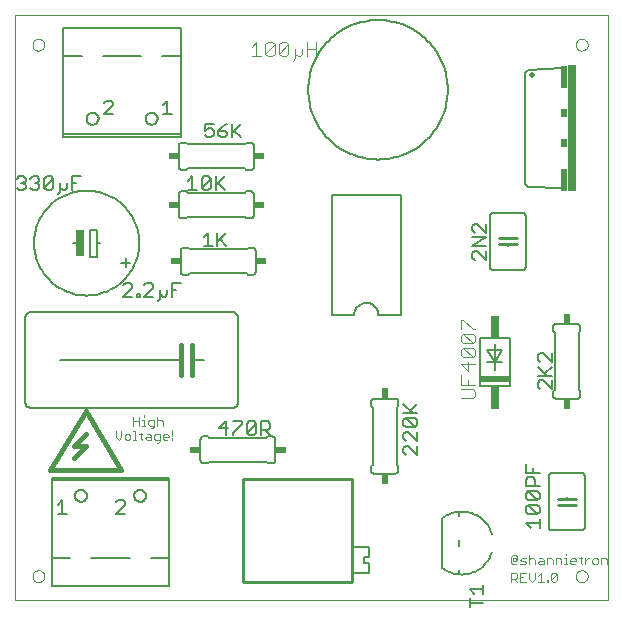
<source format=gto>
G75*
G70*
%OFA0B0*%
%FSLAX24Y24*%
%IPPOS*%
%LPD*%
%AMOC8*
5,1,8,0,0,1.08239X$1,22.5*
%
%ADD10C,0.0000*%
%ADD11C,0.0040*%
%ADD12C,0.0030*%
%ADD13C,0.0160*%
%ADD14C,0.0060*%
%ADD15C,0.0050*%
%ADD16C,0.0100*%
%ADD17R,0.0240X0.0340*%
%ADD18R,0.0340X0.0240*%
%ADD19C,0.0200*%
%ADD20R,0.0300X0.4200*%
%ADD21R,0.0200X0.0750*%
%ADD22R,0.0200X0.0300*%
%ADD23R,0.1000X0.0200*%
%ADD24R,0.0300X0.0750*%
%ADD25C,0.0080*%
%ADD26R,0.0250X0.0900*%
D10*
X000220Y000459D02*
X000220Y019955D01*
X019984Y019955D01*
X019984Y000459D01*
X000220Y000459D01*
X000810Y001247D02*
X000812Y001274D01*
X000818Y001301D01*
X000827Y001327D01*
X000840Y001351D01*
X000856Y001374D01*
X000875Y001393D01*
X000897Y001410D01*
X000921Y001424D01*
X000946Y001434D01*
X000973Y001441D01*
X001000Y001444D01*
X001028Y001443D01*
X001055Y001438D01*
X001081Y001430D01*
X001105Y001418D01*
X001128Y001402D01*
X001149Y001384D01*
X001166Y001363D01*
X001181Y001339D01*
X001192Y001314D01*
X001200Y001288D01*
X001204Y001261D01*
X001204Y001233D01*
X001200Y001206D01*
X001192Y001180D01*
X001181Y001155D01*
X001166Y001131D01*
X001149Y001110D01*
X001128Y001092D01*
X001106Y001076D01*
X001081Y001064D01*
X001055Y001056D01*
X001028Y001051D01*
X001000Y001050D01*
X000973Y001053D01*
X000946Y001060D01*
X000921Y001070D01*
X000897Y001084D01*
X000875Y001101D01*
X000856Y001120D01*
X000840Y001143D01*
X000827Y001167D01*
X000818Y001193D01*
X000812Y001220D01*
X000810Y001247D01*
X000810Y018963D02*
X000812Y018990D01*
X000818Y019017D01*
X000827Y019043D01*
X000840Y019067D01*
X000856Y019090D01*
X000875Y019109D01*
X000897Y019126D01*
X000921Y019140D01*
X000946Y019150D01*
X000973Y019157D01*
X001000Y019160D01*
X001028Y019159D01*
X001055Y019154D01*
X001081Y019146D01*
X001105Y019134D01*
X001128Y019118D01*
X001149Y019100D01*
X001166Y019079D01*
X001181Y019055D01*
X001192Y019030D01*
X001200Y019004D01*
X001204Y018977D01*
X001204Y018949D01*
X001200Y018922D01*
X001192Y018896D01*
X001181Y018871D01*
X001166Y018847D01*
X001149Y018826D01*
X001128Y018808D01*
X001106Y018792D01*
X001081Y018780D01*
X001055Y018772D01*
X001028Y018767D01*
X001000Y018766D01*
X000973Y018769D01*
X000946Y018776D01*
X000921Y018786D01*
X000897Y018800D01*
X000875Y018817D01*
X000856Y018836D01*
X000840Y018859D01*
X000827Y018883D01*
X000818Y018909D01*
X000812Y018936D01*
X000810Y018963D01*
X018921Y018963D02*
X018923Y018990D01*
X018929Y019017D01*
X018938Y019043D01*
X018951Y019067D01*
X018967Y019090D01*
X018986Y019109D01*
X019008Y019126D01*
X019032Y019140D01*
X019057Y019150D01*
X019084Y019157D01*
X019111Y019160D01*
X019139Y019159D01*
X019166Y019154D01*
X019192Y019146D01*
X019216Y019134D01*
X019239Y019118D01*
X019260Y019100D01*
X019277Y019079D01*
X019292Y019055D01*
X019303Y019030D01*
X019311Y019004D01*
X019315Y018977D01*
X019315Y018949D01*
X019311Y018922D01*
X019303Y018896D01*
X019292Y018871D01*
X019277Y018847D01*
X019260Y018826D01*
X019239Y018808D01*
X019217Y018792D01*
X019192Y018780D01*
X019166Y018772D01*
X019139Y018767D01*
X019111Y018766D01*
X019084Y018769D01*
X019057Y018776D01*
X019032Y018786D01*
X019008Y018800D01*
X018986Y018817D01*
X018967Y018836D01*
X018951Y018859D01*
X018938Y018883D01*
X018929Y018909D01*
X018923Y018936D01*
X018921Y018963D01*
X018921Y001247D02*
X018923Y001274D01*
X018929Y001301D01*
X018938Y001327D01*
X018951Y001351D01*
X018967Y001374D01*
X018986Y001393D01*
X019008Y001410D01*
X019032Y001424D01*
X019057Y001434D01*
X019084Y001441D01*
X019111Y001444D01*
X019139Y001443D01*
X019166Y001438D01*
X019192Y001430D01*
X019216Y001418D01*
X019239Y001402D01*
X019260Y001384D01*
X019277Y001363D01*
X019292Y001339D01*
X019303Y001314D01*
X019311Y001288D01*
X019315Y001261D01*
X019315Y001233D01*
X019311Y001206D01*
X019303Y001180D01*
X019292Y001155D01*
X019277Y001131D01*
X019260Y001110D01*
X019239Y001092D01*
X019217Y001076D01*
X019192Y001064D01*
X019166Y001056D01*
X019139Y001051D01*
X019111Y001050D01*
X019084Y001053D01*
X019057Y001060D01*
X019032Y001070D01*
X019008Y001084D01*
X018986Y001101D01*
X018967Y001120D01*
X018951Y001143D01*
X018938Y001167D01*
X018929Y001193D01*
X018923Y001220D01*
X018921Y001247D01*
D11*
X015478Y007172D02*
X015094Y007172D01*
X015094Y007479D02*
X015478Y007479D01*
X015554Y007402D01*
X015554Y007249D01*
X015478Y007172D01*
X015554Y007633D02*
X015094Y007633D01*
X015094Y007940D01*
X015324Y008093D02*
X015324Y008400D01*
X015171Y008553D02*
X015094Y008630D01*
X015094Y008784D01*
X015171Y008860D01*
X015478Y008553D01*
X015171Y008553D01*
X015094Y008323D02*
X015324Y008093D01*
X015324Y007786D02*
X015324Y007633D01*
X015554Y008323D02*
X015094Y008323D01*
X015478Y008553D02*
X015554Y008630D01*
X015554Y008784D01*
X015478Y008860D01*
X015171Y008860D01*
X015171Y009014D02*
X015094Y009091D01*
X015094Y009244D01*
X015171Y009321D01*
X015478Y009014D01*
X015554Y009091D01*
X015554Y009244D01*
X015478Y009321D01*
X015171Y009321D01*
X015094Y009474D02*
X015094Y009781D01*
X015171Y009781D01*
X015478Y009474D01*
X015554Y009474D01*
X015478Y009014D02*
X015171Y009014D01*
X009495Y018436D02*
X009572Y018513D01*
X009572Y018666D01*
X009649Y018590D01*
X009725Y018590D01*
X009802Y018666D01*
X009802Y018820D01*
X009956Y018820D02*
X010263Y018820D01*
X010263Y019050D02*
X010263Y018590D01*
X009956Y018590D02*
X009956Y019050D01*
X009572Y018820D02*
X009572Y018666D01*
X009342Y018666D02*
X009265Y018590D01*
X009112Y018590D01*
X009035Y018666D01*
X009342Y018973D01*
X009342Y018666D01*
X009035Y018666D02*
X009035Y018973D01*
X009112Y019050D01*
X009265Y019050D01*
X009342Y018973D01*
X008881Y018973D02*
X008881Y018666D01*
X008805Y018590D01*
X008651Y018590D01*
X008574Y018666D01*
X008881Y018973D01*
X008805Y019050D01*
X008651Y019050D01*
X008574Y018973D01*
X008574Y018666D01*
X008421Y018590D02*
X008114Y018590D01*
X008267Y018590D02*
X008267Y019050D01*
X008114Y018896D01*
D12*
X004956Y006560D02*
X004956Y006269D01*
X004855Y006269D02*
X004710Y006269D01*
X004662Y006318D01*
X004662Y006414D01*
X004710Y006463D01*
X004855Y006463D01*
X004855Y006221D01*
X004807Y006173D01*
X004759Y006173D01*
X004709Y005983D02*
X004612Y005983D01*
X004709Y005983D02*
X004757Y005934D01*
X004757Y005789D01*
X004612Y005789D01*
X004564Y005838D01*
X004612Y005886D01*
X004757Y005886D01*
X004858Y005934D02*
X004858Y005838D01*
X004907Y005789D01*
X005052Y005789D01*
X005052Y005741D02*
X005052Y005983D01*
X004907Y005983D01*
X004858Y005934D01*
X005052Y005741D02*
X005003Y005693D01*
X004955Y005693D01*
X005153Y005838D02*
X005153Y005934D01*
X005201Y005983D01*
X005298Y005983D01*
X005346Y005934D01*
X005346Y005886D01*
X005153Y005886D01*
X005153Y005838D02*
X005201Y005789D01*
X005298Y005789D01*
X005448Y005789D02*
X005448Y005838D01*
X005448Y005934D02*
X005448Y006128D01*
X005150Y006269D02*
X005150Y006414D01*
X005102Y006463D01*
X005005Y006463D01*
X004956Y006414D01*
X004562Y006269D02*
X004465Y006269D01*
X004514Y006269D02*
X004514Y006463D01*
X004465Y006463D01*
X004514Y006560D02*
X004514Y006608D01*
X004364Y006560D02*
X004364Y006269D01*
X004364Y006414D02*
X004171Y006414D01*
X004171Y006269D02*
X004171Y006560D01*
X004171Y006080D02*
X004219Y006080D01*
X004219Y005789D01*
X004171Y005789D02*
X004268Y005789D01*
X004416Y005838D02*
X004464Y005789D01*
X004416Y005838D02*
X004416Y006031D01*
X004464Y005983D02*
X004367Y005983D01*
X004070Y005934D02*
X004070Y005838D01*
X004021Y005789D01*
X003924Y005789D01*
X003876Y005838D01*
X003876Y005934D01*
X003924Y005983D01*
X004021Y005983D01*
X004070Y005934D01*
X003775Y005886D02*
X003775Y006080D01*
X003581Y006080D02*
X003581Y005886D01*
X003678Y005789D01*
X003775Y005886D01*
X016770Y001897D02*
X016770Y001704D01*
X016819Y001655D01*
X016916Y001655D01*
X016964Y001704D01*
X016916Y001752D02*
X016916Y001849D01*
X016819Y001849D01*
X016819Y001752D01*
X016916Y001752D01*
X016964Y001801D01*
X016964Y001897D01*
X016916Y001946D01*
X016819Y001946D01*
X016770Y001897D01*
X017065Y001801D02*
X017113Y001849D01*
X017259Y001849D01*
X017210Y001752D02*
X017113Y001752D01*
X017065Y001801D01*
X017065Y001655D02*
X017210Y001655D01*
X017259Y001704D01*
X017210Y001752D01*
X017360Y001801D02*
X017408Y001849D01*
X017505Y001849D01*
X017553Y001801D01*
X017553Y001655D01*
X017654Y001704D02*
X017703Y001752D01*
X017848Y001752D01*
X017848Y001801D02*
X017848Y001655D01*
X017703Y001655D01*
X017654Y001704D01*
X017703Y001849D02*
X017800Y001849D01*
X017848Y001801D01*
X017949Y001849D02*
X018094Y001849D01*
X018143Y001801D01*
X018143Y001655D01*
X018244Y001655D02*
X018244Y001849D01*
X018389Y001849D01*
X018437Y001801D01*
X018437Y001655D01*
X018538Y001655D02*
X018635Y001655D01*
X018587Y001655D02*
X018587Y001849D01*
X018538Y001849D01*
X018587Y001946D02*
X018587Y001994D01*
X018735Y001801D02*
X018783Y001849D01*
X018880Y001849D01*
X018928Y001801D01*
X018928Y001752D01*
X018735Y001752D01*
X018735Y001704D02*
X018735Y001801D01*
X018735Y001704D02*
X018783Y001655D01*
X018880Y001655D01*
X019078Y001704D02*
X019078Y001897D01*
X019126Y001849D02*
X019029Y001849D01*
X019078Y001704D02*
X019126Y001655D01*
X019226Y001655D02*
X019226Y001849D01*
X019226Y001752D02*
X019323Y001849D01*
X019371Y001849D01*
X019471Y001801D02*
X019520Y001849D01*
X019617Y001849D01*
X019665Y001801D01*
X019665Y001704D01*
X019617Y001655D01*
X019520Y001655D01*
X019471Y001704D01*
X019471Y001801D01*
X019766Y001849D02*
X019766Y001655D01*
X019960Y001655D02*
X019960Y001801D01*
X019911Y001849D01*
X019766Y001849D01*
X018290Y001307D02*
X018290Y001113D01*
X018241Y001065D01*
X018145Y001065D01*
X018096Y001113D01*
X018290Y001307D01*
X018241Y001355D01*
X018145Y001355D01*
X018096Y001307D01*
X018096Y001113D01*
X017997Y001113D02*
X017997Y001065D01*
X017949Y001065D01*
X017949Y001113D01*
X017997Y001113D01*
X017848Y001065D02*
X017654Y001065D01*
X017751Y001065D02*
X017751Y001355D01*
X017654Y001258D01*
X017553Y001162D02*
X017553Y001355D01*
X017360Y001355D02*
X017360Y001162D01*
X017456Y001065D01*
X017553Y001162D01*
X017259Y001065D02*
X017065Y001065D01*
X017065Y001355D01*
X017259Y001355D01*
X017162Y001210D02*
X017065Y001210D01*
X016964Y001210D02*
X016916Y001162D01*
X016770Y001162D01*
X016770Y001065D02*
X016770Y001355D01*
X016916Y001355D01*
X016964Y001307D01*
X016964Y001210D01*
X016867Y001162D02*
X016964Y001065D01*
X017360Y001655D02*
X017360Y001946D01*
X017949Y001849D02*
X017949Y001655D01*
D13*
X006114Y007959D02*
X006114Y008459D01*
X006114Y008959D01*
X005764Y008959D02*
X005764Y008459D01*
X005764Y007959D01*
X002582Y006759D02*
X003763Y004790D01*
X001401Y004790D01*
X002582Y006759D01*
X002582Y005971D02*
X002189Y005577D01*
X002582Y005577D01*
X002189Y005184D01*
D14*
X001445Y004528D02*
X001445Y004448D01*
X005375Y004448D01*
X005375Y001848D01*
X005375Y000908D01*
X001445Y000908D01*
X001445Y001848D01*
X001445Y004448D01*
X001445Y004528D02*
X005375Y004528D01*
X005375Y004448D01*
X004195Y003928D02*
X004197Y003956D01*
X004203Y003983D01*
X004212Y004009D01*
X004225Y004034D01*
X004242Y004057D01*
X004261Y004077D01*
X004283Y004094D01*
X004307Y004108D01*
X004333Y004118D01*
X004360Y004125D01*
X004388Y004128D01*
X004416Y004127D01*
X004443Y004122D01*
X004470Y004113D01*
X004495Y004101D01*
X004518Y004086D01*
X004539Y004067D01*
X004557Y004046D01*
X004572Y004022D01*
X004583Y003996D01*
X004591Y003970D01*
X004595Y003942D01*
X004595Y003914D01*
X004591Y003886D01*
X004583Y003860D01*
X004572Y003834D01*
X004557Y003810D01*
X004539Y003789D01*
X004518Y003770D01*
X004495Y003755D01*
X004470Y003743D01*
X004443Y003734D01*
X004416Y003729D01*
X004388Y003728D01*
X004360Y003731D01*
X004333Y003738D01*
X004307Y003748D01*
X004283Y003762D01*
X004261Y003779D01*
X004242Y003799D01*
X004225Y003822D01*
X004212Y003847D01*
X004203Y003873D01*
X004197Y003900D01*
X004195Y003928D01*
X002225Y003928D02*
X002227Y003956D01*
X002233Y003983D01*
X002242Y004009D01*
X002255Y004034D01*
X002272Y004057D01*
X002291Y004077D01*
X002313Y004094D01*
X002337Y004108D01*
X002363Y004118D01*
X002390Y004125D01*
X002418Y004128D01*
X002446Y004127D01*
X002473Y004122D01*
X002500Y004113D01*
X002525Y004101D01*
X002548Y004086D01*
X002569Y004067D01*
X002587Y004046D01*
X002602Y004022D01*
X002613Y003996D01*
X002621Y003970D01*
X002625Y003942D01*
X002625Y003914D01*
X002621Y003886D01*
X002613Y003860D01*
X002602Y003834D01*
X002587Y003810D01*
X002569Y003789D01*
X002548Y003770D01*
X002525Y003755D01*
X002500Y003743D01*
X002473Y003734D01*
X002446Y003729D01*
X002418Y003728D01*
X002390Y003731D01*
X002363Y003738D01*
X002337Y003748D01*
X002313Y003762D01*
X002291Y003779D01*
X002272Y003799D01*
X002255Y003822D01*
X002242Y003847D01*
X002233Y003873D01*
X002227Y003900D01*
X002225Y003928D01*
X002075Y001848D02*
X001445Y001848D01*
X002775Y001848D02*
X004045Y001848D01*
X004745Y001848D02*
X005375Y001848D01*
X006507Y005009D02*
X006657Y005009D01*
X006707Y005059D01*
X008607Y005059D01*
X008657Y005009D01*
X008807Y005009D01*
X008824Y005011D01*
X008841Y005015D01*
X008857Y005022D01*
X008871Y005032D01*
X008884Y005045D01*
X008894Y005059D01*
X008901Y005075D01*
X008905Y005092D01*
X008907Y005109D01*
X008907Y005809D01*
X008905Y005826D01*
X008901Y005843D01*
X008894Y005859D01*
X008884Y005873D01*
X008871Y005886D01*
X008857Y005896D01*
X008841Y005903D01*
X008824Y005907D01*
X008807Y005909D01*
X008657Y005909D01*
X008607Y005859D01*
X006707Y005859D01*
X006657Y005909D01*
X006507Y005909D01*
X006490Y005907D01*
X006473Y005903D01*
X006457Y005896D01*
X006443Y005886D01*
X006430Y005873D01*
X006420Y005859D01*
X006413Y005843D01*
X006409Y005826D01*
X006407Y005809D01*
X006407Y005109D01*
X006409Y005092D01*
X006413Y005075D01*
X006420Y005059D01*
X006430Y005045D01*
X006443Y005032D01*
X006457Y005022D01*
X006473Y005015D01*
X006490Y005011D01*
X006507Y005009D01*
X007464Y006859D02*
X000764Y006859D01*
X000738Y006861D01*
X000712Y006866D01*
X000687Y006874D01*
X000664Y006886D01*
X000642Y006900D01*
X000623Y006918D01*
X000605Y006937D01*
X000591Y006959D01*
X000579Y006982D01*
X000571Y007007D01*
X000566Y007033D01*
X000564Y007059D01*
X000564Y009859D01*
X000566Y009885D01*
X000571Y009911D01*
X000579Y009936D01*
X000591Y009959D01*
X000605Y009981D01*
X000623Y010000D01*
X000642Y010018D01*
X000664Y010032D01*
X000687Y010044D01*
X000712Y010052D01*
X000738Y010057D01*
X000764Y010059D01*
X007464Y010059D01*
X007490Y010057D01*
X007516Y010052D01*
X007541Y010044D01*
X007564Y010032D01*
X007586Y010018D01*
X007605Y010000D01*
X007623Y009981D01*
X007637Y009959D01*
X007649Y009936D01*
X007657Y009911D01*
X007662Y009885D01*
X007664Y009859D01*
X007664Y007059D01*
X007662Y007033D01*
X007657Y007007D01*
X007649Y006982D01*
X007637Y006959D01*
X007623Y006937D01*
X007605Y006918D01*
X007586Y006900D01*
X007564Y006886D01*
X007541Y006874D01*
X007516Y006866D01*
X007490Y006861D01*
X007464Y006859D01*
X006514Y008459D02*
X006114Y008459D01*
X005764Y008459D02*
X001714Y008459D01*
X003914Y011553D02*
X003914Y011853D01*
X004064Y011703D02*
X003764Y011703D01*
X003064Y012353D02*
X002964Y012353D01*
X002964Y011903D01*
X002714Y011903D01*
X002714Y012803D01*
X002964Y012803D01*
X002964Y012353D01*
X000864Y012353D02*
X000866Y012439D01*
X000872Y012525D01*
X000883Y012610D01*
X000898Y012694D01*
X000916Y012778D01*
X000939Y012861D01*
X000966Y012943D01*
X000997Y013023D01*
X001032Y013101D01*
X001071Y013178D01*
X001113Y013253D01*
X001159Y013325D01*
X001208Y013395D01*
X001261Y013463D01*
X001317Y013528D01*
X001377Y013590D01*
X001439Y013650D01*
X001504Y013706D01*
X001572Y013759D01*
X001642Y013808D01*
X001714Y013854D01*
X001789Y013896D01*
X001866Y013935D01*
X001944Y013970D01*
X002024Y014001D01*
X002106Y014028D01*
X002189Y014051D01*
X002273Y014069D01*
X002357Y014084D01*
X002442Y014095D01*
X002528Y014101D01*
X002614Y014103D01*
X002700Y014101D01*
X002786Y014095D01*
X002871Y014084D01*
X002955Y014069D01*
X003039Y014051D01*
X003122Y014028D01*
X003204Y014001D01*
X003284Y013970D01*
X003362Y013935D01*
X003439Y013896D01*
X003514Y013854D01*
X003586Y013808D01*
X003656Y013759D01*
X003724Y013706D01*
X003789Y013650D01*
X003851Y013590D01*
X003911Y013528D01*
X003967Y013463D01*
X004020Y013395D01*
X004069Y013325D01*
X004115Y013253D01*
X004157Y013178D01*
X004196Y013101D01*
X004231Y013023D01*
X004262Y012943D01*
X004289Y012861D01*
X004312Y012778D01*
X004330Y012694D01*
X004345Y012610D01*
X004356Y012525D01*
X004362Y012439D01*
X004364Y012353D01*
X004362Y012267D01*
X004356Y012181D01*
X004345Y012096D01*
X004330Y012012D01*
X004312Y011928D01*
X004289Y011845D01*
X004262Y011763D01*
X004231Y011683D01*
X004196Y011605D01*
X004157Y011528D01*
X004115Y011453D01*
X004069Y011381D01*
X004020Y011311D01*
X003967Y011243D01*
X003911Y011178D01*
X003851Y011116D01*
X003789Y011056D01*
X003724Y011000D01*
X003656Y010947D01*
X003586Y010898D01*
X003514Y010852D01*
X003439Y010810D01*
X003362Y010771D01*
X003284Y010736D01*
X003204Y010705D01*
X003122Y010678D01*
X003039Y010655D01*
X002955Y010637D01*
X002871Y010622D01*
X002786Y010611D01*
X002700Y010605D01*
X002614Y010603D01*
X002528Y010605D01*
X002442Y010611D01*
X002357Y010622D01*
X002273Y010637D01*
X002189Y010655D01*
X002106Y010678D01*
X002024Y010705D01*
X001944Y010736D01*
X001866Y010771D01*
X001789Y010810D01*
X001714Y010852D01*
X001642Y010898D01*
X001572Y010947D01*
X001504Y011000D01*
X001439Y011056D01*
X001377Y011116D01*
X001317Y011178D01*
X001261Y011243D01*
X001208Y011311D01*
X001159Y011381D01*
X001113Y011453D01*
X001071Y011528D01*
X001032Y011605D01*
X000997Y011683D01*
X000966Y011763D01*
X000939Y011845D01*
X000916Y011928D01*
X000898Y012012D01*
X000883Y012096D01*
X000872Y012181D01*
X000866Y012267D01*
X000864Y012353D01*
X002164Y012353D02*
X002364Y012353D01*
X005746Y012101D02*
X005746Y011401D01*
X005748Y011384D01*
X005752Y011367D01*
X005759Y011351D01*
X005769Y011337D01*
X005782Y011324D01*
X005796Y011314D01*
X005812Y011307D01*
X005829Y011303D01*
X005846Y011301D01*
X005996Y011301D01*
X006046Y011351D01*
X007946Y011351D01*
X007996Y011301D01*
X008146Y011301D01*
X008163Y011303D01*
X008180Y011307D01*
X008196Y011314D01*
X008210Y011324D01*
X008223Y011337D01*
X008233Y011351D01*
X008240Y011367D01*
X008244Y011384D01*
X008246Y011401D01*
X008246Y012101D01*
X008244Y012118D01*
X008240Y012135D01*
X008233Y012151D01*
X008223Y012165D01*
X008210Y012178D01*
X008196Y012188D01*
X008180Y012195D01*
X008163Y012199D01*
X008146Y012201D01*
X007996Y012201D01*
X007946Y012151D01*
X006046Y012151D01*
X005996Y012201D01*
X005846Y012201D01*
X005829Y012199D01*
X005812Y012195D01*
X005796Y012188D01*
X005782Y012178D01*
X005769Y012165D01*
X005759Y012151D01*
X005752Y012135D01*
X005748Y012118D01*
X005746Y012101D01*
X005783Y013179D02*
X005933Y013179D01*
X005983Y013229D01*
X007883Y013229D01*
X007933Y013179D01*
X008083Y013179D01*
X008100Y013181D01*
X008117Y013185D01*
X008133Y013192D01*
X008147Y013202D01*
X008160Y013215D01*
X008170Y013229D01*
X008177Y013245D01*
X008181Y013262D01*
X008183Y013279D01*
X008183Y013979D01*
X008181Y013996D01*
X008177Y014013D01*
X008170Y014029D01*
X008160Y014043D01*
X008147Y014056D01*
X008133Y014066D01*
X008117Y014073D01*
X008100Y014077D01*
X008083Y014079D01*
X007933Y014079D01*
X007883Y014029D01*
X005983Y014029D01*
X005933Y014079D01*
X005783Y014079D01*
X005766Y014077D01*
X005749Y014073D01*
X005733Y014066D01*
X005719Y014056D01*
X005706Y014043D01*
X005696Y014029D01*
X005689Y014013D01*
X005685Y013996D01*
X005683Y013979D01*
X005683Y013279D01*
X005685Y013262D01*
X005689Y013245D01*
X005696Y013229D01*
X005706Y013215D01*
X005719Y013202D01*
X005733Y013192D01*
X005749Y013185D01*
X005766Y013181D01*
X005783Y013179D01*
X005783Y014797D02*
X005933Y014797D01*
X005983Y014847D01*
X007883Y014847D01*
X007933Y014797D01*
X008083Y014797D01*
X008100Y014799D01*
X008117Y014803D01*
X008133Y014810D01*
X008147Y014820D01*
X008160Y014833D01*
X008170Y014847D01*
X008177Y014863D01*
X008181Y014880D01*
X008183Y014897D01*
X008183Y015597D01*
X008181Y015614D01*
X008177Y015631D01*
X008170Y015647D01*
X008160Y015661D01*
X008147Y015674D01*
X008133Y015684D01*
X008117Y015691D01*
X008100Y015695D01*
X008083Y015697D01*
X007933Y015697D01*
X007883Y015647D01*
X005983Y015647D01*
X005933Y015697D01*
X005783Y015697D01*
X005766Y015695D01*
X005749Y015691D01*
X005733Y015684D01*
X005719Y015674D01*
X005706Y015661D01*
X005696Y015647D01*
X005689Y015631D01*
X005685Y015614D01*
X005683Y015597D01*
X005683Y014897D01*
X005685Y014880D01*
X005689Y014863D01*
X005696Y014847D01*
X005706Y014833D01*
X005719Y014820D01*
X005733Y014810D01*
X005749Y014803D01*
X005766Y014799D01*
X005783Y014797D01*
X005759Y015899D02*
X005759Y015979D01*
X001829Y015979D01*
X001829Y018579D01*
X001829Y019519D01*
X005759Y019519D01*
X005759Y018579D01*
X005759Y015979D01*
X005759Y015899D02*
X001829Y015899D01*
X001829Y015979D01*
X002609Y016499D02*
X002611Y016527D01*
X002617Y016554D01*
X002626Y016580D01*
X002639Y016605D01*
X002656Y016628D01*
X002675Y016648D01*
X002697Y016665D01*
X002721Y016679D01*
X002747Y016689D01*
X002774Y016696D01*
X002802Y016699D01*
X002830Y016698D01*
X002857Y016693D01*
X002884Y016684D01*
X002909Y016672D01*
X002932Y016657D01*
X002953Y016638D01*
X002971Y016617D01*
X002986Y016593D01*
X002997Y016567D01*
X003005Y016541D01*
X003009Y016513D01*
X003009Y016485D01*
X003005Y016457D01*
X002997Y016431D01*
X002986Y016405D01*
X002971Y016381D01*
X002953Y016360D01*
X002932Y016341D01*
X002909Y016326D01*
X002884Y016314D01*
X002857Y016305D01*
X002830Y016300D01*
X002802Y016299D01*
X002774Y016302D01*
X002747Y016309D01*
X002721Y016319D01*
X002697Y016333D01*
X002675Y016350D01*
X002656Y016370D01*
X002639Y016393D01*
X002626Y016418D01*
X002617Y016444D01*
X002611Y016471D01*
X002609Y016499D01*
X002459Y018579D02*
X001829Y018579D01*
X003159Y018579D02*
X004429Y018579D01*
X005129Y018579D02*
X005759Y018579D01*
X004579Y016499D02*
X004581Y016527D01*
X004587Y016554D01*
X004596Y016580D01*
X004609Y016605D01*
X004626Y016628D01*
X004645Y016648D01*
X004667Y016665D01*
X004691Y016679D01*
X004717Y016689D01*
X004744Y016696D01*
X004772Y016699D01*
X004800Y016698D01*
X004827Y016693D01*
X004854Y016684D01*
X004879Y016672D01*
X004902Y016657D01*
X004923Y016638D01*
X004941Y016617D01*
X004956Y016593D01*
X004967Y016567D01*
X004975Y016541D01*
X004979Y016513D01*
X004979Y016485D01*
X004975Y016457D01*
X004967Y016431D01*
X004956Y016405D01*
X004941Y016381D01*
X004923Y016360D01*
X004902Y016341D01*
X004879Y016326D01*
X004854Y016314D01*
X004827Y016305D01*
X004800Y016300D01*
X004772Y016299D01*
X004744Y016302D01*
X004717Y016309D01*
X004691Y016319D01*
X004667Y016333D01*
X004645Y016350D01*
X004626Y016370D01*
X004609Y016393D01*
X004596Y016418D01*
X004587Y016444D01*
X004581Y016471D01*
X004579Y016499D01*
X010783Y013959D02*
X013083Y013959D01*
X013083Y009959D01*
X012333Y009959D01*
X012331Y009998D01*
X012325Y010037D01*
X012316Y010075D01*
X012303Y010112D01*
X012286Y010148D01*
X012266Y010181D01*
X012242Y010213D01*
X012216Y010242D01*
X012187Y010268D01*
X012155Y010292D01*
X012122Y010312D01*
X012086Y010329D01*
X012049Y010342D01*
X012011Y010351D01*
X011972Y010357D01*
X011933Y010359D01*
X011894Y010357D01*
X011855Y010351D01*
X011817Y010342D01*
X011780Y010329D01*
X011744Y010312D01*
X011711Y010292D01*
X011679Y010268D01*
X011650Y010242D01*
X011624Y010213D01*
X011600Y010181D01*
X011580Y010148D01*
X011563Y010112D01*
X011550Y010075D01*
X011541Y010037D01*
X011535Y009998D01*
X011533Y009959D01*
X010783Y009959D01*
X010783Y013959D01*
X015720Y009173D02*
X015720Y007573D01*
X016720Y007573D01*
X016720Y009173D01*
X015720Y009173D01*
X015970Y008773D02*
X016220Y008373D01*
X016470Y008373D01*
X016220Y008373D02*
X015970Y008373D01*
X016220Y008373D02*
X016220Y008973D01*
X015970Y008773D02*
X016470Y008773D01*
X016220Y008373D01*
X016220Y008123D01*
X018164Y007416D02*
X018164Y007266D01*
X018166Y007249D01*
X018170Y007232D01*
X018177Y007216D01*
X018187Y007202D01*
X018200Y007189D01*
X018214Y007179D01*
X018230Y007172D01*
X018247Y007168D01*
X018264Y007166D01*
X018964Y007166D01*
X018981Y007168D01*
X018998Y007172D01*
X019014Y007179D01*
X019028Y007189D01*
X019041Y007202D01*
X019051Y007216D01*
X019058Y007232D01*
X019062Y007249D01*
X019064Y007266D01*
X019064Y007416D01*
X019014Y007466D01*
X019014Y009366D01*
X019064Y009416D01*
X019064Y009566D01*
X019062Y009583D01*
X019058Y009600D01*
X019051Y009616D01*
X019041Y009630D01*
X019028Y009643D01*
X019014Y009653D01*
X018998Y009660D01*
X018981Y009664D01*
X018964Y009666D01*
X018264Y009666D01*
X018247Y009664D01*
X018230Y009660D01*
X018214Y009653D01*
X018200Y009643D01*
X018187Y009630D01*
X018177Y009616D01*
X018170Y009600D01*
X018166Y009583D01*
X018164Y009566D01*
X018164Y009416D01*
X018214Y009366D01*
X018214Y007466D01*
X018164Y007416D01*
X018114Y004685D02*
X019114Y004685D01*
X019131Y004683D01*
X019148Y004679D01*
X019164Y004672D01*
X019178Y004662D01*
X019191Y004649D01*
X019201Y004635D01*
X019208Y004619D01*
X019212Y004602D01*
X019214Y004585D01*
X019214Y002885D01*
X019212Y002868D01*
X019208Y002851D01*
X019201Y002835D01*
X019191Y002821D01*
X019178Y002808D01*
X019164Y002798D01*
X019148Y002791D01*
X019131Y002787D01*
X019114Y002785D01*
X018114Y002785D01*
X018097Y002787D01*
X018080Y002791D01*
X018064Y002798D01*
X018050Y002808D01*
X018037Y002821D01*
X018027Y002835D01*
X018020Y002851D01*
X018016Y002868D01*
X018014Y002885D01*
X018014Y004585D01*
X018016Y004602D01*
X018020Y004619D01*
X018027Y004635D01*
X018037Y004649D01*
X018050Y004662D01*
X018064Y004672D01*
X018080Y004679D01*
X018097Y004683D01*
X018114Y004685D01*
X018614Y003885D02*
X018614Y003835D01*
X018614Y003635D02*
X018614Y003585D01*
X013001Y004770D02*
X013001Y004920D01*
X012951Y004970D01*
X012951Y006870D01*
X013001Y006920D01*
X013001Y007070D01*
X012999Y007087D01*
X012995Y007104D01*
X012988Y007120D01*
X012978Y007134D01*
X012965Y007147D01*
X012951Y007157D01*
X012935Y007164D01*
X012918Y007168D01*
X012901Y007170D01*
X012201Y007170D01*
X012184Y007168D01*
X012167Y007164D01*
X012151Y007157D01*
X012137Y007147D01*
X012124Y007134D01*
X012114Y007120D01*
X012107Y007104D01*
X012103Y007087D01*
X012101Y007070D01*
X012101Y006920D01*
X012151Y006870D01*
X012151Y004970D01*
X012101Y004920D01*
X012101Y004770D01*
X012103Y004753D01*
X012107Y004736D01*
X012114Y004720D01*
X012124Y004706D01*
X012137Y004693D01*
X012151Y004683D01*
X012167Y004676D01*
X012184Y004672D01*
X012201Y004670D01*
X012901Y004670D01*
X012918Y004672D01*
X012935Y004676D01*
X012951Y004683D01*
X012965Y004693D01*
X012978Y004706D01*
X012988Y004720D01*
X012995Y004736D01*
X012999Y004753D01*
X013001Y004770D01*
X012031Y002207D02*
X011500Y002207D01*
X011874Y001873D02*
X011874Y001696D01*
X012031Y001696D01*
X012031Y001341D01*
X011500Y001341D01*
X011874Y001873D02*
X012031Y001873D01*
X012031Y002207D01*
X016145Y011458D02*
X017145Y011458D01*
X017162Y011460D01*
X017179Y011464D01*
X017195Y011471D01*
X017209Y011481D01*
X017222Y011494D01*
X017232Y011508D01*
X017239Y011524D01*
X017243Y011541D01*
X017245Y011558D01*
X017245Y013258D01*
X017243Y013275D01*
X017239Y013292D01*
X017232Y013308D01*
X017222Y013322D01*
X017209Y013335D01*
X017195Y013345D01*
X017179Y013352D01*
X017162Y013356D01*
X017145Y013358D01*
X016145Y013358D01*
X016128Y013356D01*
X016111Y013352D01*
X016095Y013345D01*
X016081Y013335D01*
X016068Y013322D01*
X016058Y013308D01*
X016051Y013292D01*
X016047Y013275D01*
X016045Y013258D01*
X016045Y011558D01*
X016047Y011541D01*
X016051Y011524D01*
X016058Y011508D01*
X016068Y011494D01*
X016081Y011481D01*
X016095Y011471D01*
X016111Y011464D01*
X016128Y011460D01*
X016145Y011458D01*
X016645Y012258D02*
X016645Y012308D01*
X016645Y012508D02*
X016645Y012558D01*
X017333Y014222D02*
X018483Y014172D01*
X017333Y014222D02*
X017233Y014322D01*
X017233Y018022D01*
X017333Y018122D01*
X018483Y018172D01*
D15*
X015920Y013004D02*
X015920Y012704D01*
X015620Y013004D01*
X015545Y013004D01*
X015470Y012929D01*
X015470Y012779D01*
X015545Y012704D01*
X015470Y012544D02*
X015920Y012544D01*
X015470Y012244D01*
X015920Y012244D01*
X015920Y012083D02*
X015920Y011783D01*
X015620Y012083D01*
X015545Y012083D01*
X015470Y012008D01*
X015470Y011858D01*
X015545Y011783D01*
X017739Y008693D02*
X017664Y008618D01*
X017664Y008468D01*
X017739Y008393D01*
X017664Y008233D02*
X017964Y007933D01*
X017889Y008008D02*
X018114Y008233D01*
X018114Y008393D02*
X017814Y008693D01*
X017739Y008693D01*
X018114Y008693D02*
X018114Y008393D01*
X018114Y007933D02*
X017664Y007933D01*
X017739Y007773D02*
X017664Y007698D01*
X017664Y007548D01*
X017739Y007472D01*
X017739Y007773D02*
X017814Y007773D01*
X018114Y007472D01*
X018114Y007773D01*
X017265Y005000D02*
X017265Y004700D01*
X017715Y004700D01*
X017490Y004700D02*
X017490Y004850D01*
X017490Y004539D02*
X017565Y004464D01*
X017565Y004239D01*
X017715Y004239D02*
X017265Y004239D01*
X017265Y004464D01*
X017340Y004539D01*
X017490Y004539D01*
X017340Y004079D02*
X017640Y003779D01*
X017715Y003854D01*
X017715Y004004D01*
X017640Y004079D01*
X017340Y004079D01*
X017265Y004004D01*
X017265Y003854D01*
X017340Y003779D01*
X017640Y003779D01*
X017640Y003619D02*
X017340Y003619D01*
X017640Y003318D01*
X017715Y003393D01*
X017715Y003544D01*
X017640Y003619D01*
X017340Y003619D02*
X017265Y003544D01*
X017265Y003393D01*
X017340Y003318D01*
X017640Y003318D01*
X017715Y003158D02*
X017715Y002858D01*
X017715Y003008D02*
X017265Y003008D01*
X017415Y002858D01*
X015839Y000968D02*
X015839Y000668D01*
X015839Y000818D02*
X015388Y000818D01*
X015538Y000668D01*
X015388Y000507D02*
X015388Y000207D01*
X015388Y000357D02*
X015839Y000357D01*
X015014Y001308D02*
X015014Y001466D01*
X014464Y001528D02*
X014464Y003178D01*
X015014Y003240D02*
X015014Y003398D01*
X015014Y002466D02*
X015014Y002240D01*
X014464Y003178D02*
X014512Y003213D01*
X014562Y003246D01*
X014614Y003277D01*
X014668Y003304D01*
X014723Y003328D01*
X014780Y003348D01*
X014837Y003366D01*
X014895Y003380D01*
X014954Y003391D01*
X015014Y003398D01*
X015076Y003402D01*
X015139Y003403D01*
X015201Y003399D01*
X015263Y003392D01*
X015324Y003382D01*
X015385Y003367D01*
X015445Y003349D01*
X015504Y003328D01*
X015561Y003303D01*
X015616Y003275D01*
X015670Y003244D01*
X015722Y003209D01*
X015772Y003171D01*
X015819Y003131D01*
X015864Y003087D01*
X015907Y003042D01*
X015946Y002993D01*
X015983Y002943D01*
X016016Y002890D01*
X016047Y002836D01*
X016074Y002779D01*
X016097Y002722D01*
X016117Y002663D01*
X016117Y002043D02*
X016097Y001983D01*
X016073Y001924D01*
X016045Y001867D01*
X016014Y001812D01*
X015979Y001758D01*
X015942Y001707D01*
X015901Y001658D01*
X015857Y001612D01*
X015811Y001568D01*
X015762Y001527D01*
X015711Y001489D01*
X015658Y001455D01*
X015602Y001423D01*
X015545Y001396D01*
X015486Y001371D01*
X015426Y001351D01*
X015365Y001333D01*
X015303Y001320D01*
X015240Y001311D01*
X015177Y001305D01*
X015113Y001303D01*
X015049Y001305D01*
X014986Y001311D01*
X014923Y001320D01*
X014861Y001334D01*
X014800Y001351D01*
X014740Y001372D01*
X014681Y001396D01*
X014624Y001424D01*
X014568Y001456D01*
X014515Y001491D01*
X014464Y001528D01*
X013626Y005303D02*
X013325Y005604D01*
X013250Y005604D01*
X013175Y005529D01*
X013175Y005378D01*
X013250Y005303D01*
X013626Y005303D02*
X013626Y005604D01*
X013626Y005764D02*
X013325Y006064D01*
X013250Y006064D01*
X013175Y005989D01*
X013175Y005839D01*
X013250Y005764D01*
X013626Y005764D02*
X013626Y006064D01*
X013551Y006224D02*
X013250Y006524D01*
X013551Y006524D01*
X013626Y006449D01*
X013626Y006299D01*
X013551Y006224D01*
X013250Y006224D01*
X013175Y006299D01*
X013175Y006449D01*
X013250Y006524D01*
X013175Y006685D02*
X013626Y006685D01*
X013476Y006685D02*
X013175Y006985D01*
X013401Y006760D02*
X013626Y006985D01*
X008722Y006334D02*
X008722Y006184D01*
X008647Y006109D01*
X008422Y006109D01*
X008572Y006109D02*
X008722Y005959D01*
X008422Y005959D02*
X008422Y006410D01*
X008647Y006410D01*
X008722Y006334D01*
X008261Y006334D02*
X008261Y006034D01*
X008186Y005959D01*
X008036Y005959D01*
X007961Y006034D01*
X008261Y006334D01*
X008186Y006410D01*
X008036Y006410D01*
X007961Y006334D01*
X007961Y006034D01*
X007801Y006334D02*
X007501Y006034D01*
X007501Y005959D01*
X007266Y005959D02*
X007266Y006410D01*
X007040Y006184D01*
X007341Y006184D01*
X007501Y006410D02*
X007801Y006410D01*
X007801Y006334D01*
X003900Y003708D02*
X003900Y003633D01*
X003600Y003333D01*
X003900Y003333D01*
X003900Y003708D02*
X003825Y003783D01*
X003675Y003783D01*
X003600Y003708D01*
X001950Y003333D02*
X001650Y003333D01*
X001800Y003333D02*
X001800Y003783D01*
X001650Y003633D01*
X003842Y010565D02*
X004142Y010865D01*
X004142Y010940D01*
X004067Y011015D01*
X003917Y011015D01*
X003842Y010940D01*
X003842Y010565D02*
X004142Y010565D01*
X004303Y010565D02*
X004303Y010640D01*
X004378Y010640D01*
X004378Y010565D01*
X004303Y010565D01*
X004533Y010565D02*
X004833Y010865D01*
X004833Y010940D01*
X004758Y011015D01*
X004608Y011015D01*
X004533Y010940D01*
X004533Y010565D02*
X004833Y010565D01*
X004993Y010415D02*
X005068Y010490D01*
X005068Y010640D01*
X005143Y010565D01*
X005218Y010565D01*
X005293Y010640D01*
X005293Y010790D01*
X005454Y010790D02*
X005604Y010790D01*
X005454Y010565D02*
X005454Y011015D01*
X005754Y011015D01*
X005068Y010790D02*
X005068Y010640D01*
X006512Y012250D02*
X006813Y012250D01*
X006663Y012250D02*
X006663Y012701D01*
X006512Y012551D01*
X006973Y012701D02*
X006973Y012250D01*
X006973Y012401D02*
X007273Y012701D01*
X007048Y012476D02*
X007273Y012250D01*
X007210Y014128D02*
X006985Y014354D01*
X006910Y014279D02*
X007210Y014579D01*
X006910Y014579D02*
X006910Y014128D01*
X006750Y014203D02*
X006675Y014128D01*
X006524Y014128D01*
X006449Y014203D01*
X006750Y014504D01*
X006750Y014203D01*
X006449Y014203D02*
X006449Y014504D01*
X006524Y014579D01*
X006675Y014579D01*
X006750Y014504D01*
X006289Y014128D02*
X005989Y014128D01*
X006139Y014128D02*
X006139Y014579D01*
X005989Y014429D01*
X006620Y015872D02*
X006545Y015947D01*
X006620Y015872D02*
X006770Y015872D01*
X006845Y015947D01*
X006845Y016097D01*
X006770Y016172D01*
X006695Y016172D01*
X006545Y016097D01*
X006545Y016322D01*
X006845Y016322D01*
X007005Y016097D02*
X007231Y016097D01*
X007306Y016022D01*
X007306Y015947D01*
X007231Y015872D01*
X007080Y015872D01*
X007005Y015947D01*
X007005Y016097D01*
X007156Y016247D01*
X007306Y016322D01*
X007466Y016322D02*
X007466Y015872D01*
X007466Y016022D02*
X007766Y016322D01*
X007541Y016097D02*
X007766Y015872D01*
X005444Y016644D02*
X005144Y016644D01*
X005294Y016644D02*
X005294Y017094D01*
X005144Y016944D01*
X003494Y016944D02*
X003494Y017019D01*
X003419Y017094D01*
X003269Y017094D01*
X003194Y017019D01*
X003494Y016944D02*
X003194Y016644D01*
X003494Y016644D01*
X002423Y014578D02*
X002123Y014578D01*
X002123Y014128D01*
X001963Y014203D02*
X001963Y014353D01*
X001963Y014203D02*
X001888Y014128D01*
X001813Y014128D01*
X001738Y014203D01*
X001738Y014053D01*
X001663Y013978D01*
X001738Y014203D02*
X001738Y014353D01*
X001503Y014503D02*
X001503Y014203D01*
X001428Y014128D01*
X001277Y014128D01*
X001202Y014203D01*
X001503Y014503D01*
X001428Y014578D01*
X001277Y014578D01*
X001202Y014503D01*
X001202Y014203D01*
X001042Y014203D02*
X000967Y014128D01*
X000817Y014128D01*
X000742Y014203D01*
X000582Y014203D02*
X000582Y014278D01*
X000507Y014353D01*
X000432Y014353D01*
X000507Y014353D02*
X000582Y014428D01*
X000582Y014503D01*
X000507Y014578D01*
X000357Y014578D01*
X000282Y014503D01*
X000282Y014203D02*
X000357Y014128D01*
X000507Y014128D01*
X000582Y014203D01*
X000742Y014503D02*
X000817Y014578D01*
X000967Y014578D01*
X001042Y014503D01*
X001042Y014428D01*
X000967Y014353D01*
X001042Y014278D01*
X001042Y014203D01*
X000967Y014353D02*
X000892Y014353D01*
X002123Y014353D02*
X002273Y014353D01*
D16*
X007818Y004491D02*
X007818Y001066D01*
X011460Y001066D01*
X011460Y004491D01*
X007818Y004491D01*
X016345Y012308D02*
X016645Y012308D01*
X016945Y012308D01*
X016945Y012508D02*
X016645Y012508D01*
X016345Y012508D01*
X018314Y003835D02*
X018614Y003835D01*
X018914Y003835D01*
X018914Y003635D02*
X018614Y003635D01*
X018314Y003635D01*
D17*
X018614Y006996D03*
X018614Y009836D03*
X012551Y007340D03*
X012551Y004500D03*
D18*
X009077Y005459D03*
X006237Y005459D03*
X005576Y011751D03*
X005513Y013629D03*
X005513Y015247D03*
X008353Y015247D03*
X008353Y013629D03*
X008416Y011751D03*
D19*
X017473Y017942D03*
D20*
X018783Y016172D03*
D21*
X018533Y017897D03*
X018533Y014447D03*
D22*
X018533Y015672D03*
X018533Y016672D03*
D23*
X016220Y007823D03*
D24*
X016220Y007198D03*
X016220Y009548D03*
D25*
X010003Y017459D02*
X010006Y017573D01*
X010014Y017687D01*
X010028Y017800D01*
X010048Y017912D01*
X010073Y018023D01*
X010103Y018133D01*
X010139Y018242D01*
X010180Y018348D01*
X010226Y018452D01*
X010277Y018554D01*
X010333Y018653D01*
X010394Y018750D01*
X010460Y018843D01*
X010530Y018933D01*
X010605Y019019D01*
X010683Y019102D01*
X010766Y019180D01*
X010852Y019255D01*
X010942Y019325D01*
X011035Y019391D01*
X011132Y019452D01*
X011231Y019508D01*
X011333Y019559D01*
X011437Y019605D01*
X011543Y019646D01*
X011652Y019682D01*
X011762Y019712D01*
X011873Y019737D01*
X011985Y019757D01*
X012098Y019771D01*
X012212Y019779D01*
X012326Y019782D01*
X012440Y019779D01*
X012554Y019771D01*
X012667Y019757D01*
X012779Y019737D01*
X012890Y019712D01*
X013000Y019682D01*
X013109Y019646D01*
X013215Y019605D01*
X013319Y019559D01*
X013421Y019508D01*
X013520Y019452D01*
X013617Y019391D01*
X013710Y019325D01*
X013800Y019255D01*
X013886Y019180D01*
X013969Y019102D01*
X014047Y019019D01*
X014122Y018933D01*
X014192Y018843D01*
X014258Y018750D01*
X014319Y018653D01*
X014375Y018554D01*
X014426Y018452D01*
X014472Y018348D01*
X014513Y018242D01*
X014549Y018133D01*
X014579Y018023D01*
X014604Y017912D01*
X014624Y017800D01*
X014638Y017687D01*
X014646Y017573D01*
X014649Y017459D01*
X014646Y017345D01*
X014638Y017231D01*
X014624Y017118D01*
X014604Y017006D01*
X014579Y016895D01*
X014549Y016785D01*
X014513Y016676D01*
X014472Y016570D01*
X014426Y016466D01*
X014375Y016364D01*
X014319Y016265D01*
X014258Y016168D01*
X014192Y016075D01*
X014122Y015985D01*
X014047Y015899D01*
X013969Y015816D01*
X013886Y015738D01*
X013800Y015663D01*
X013710Y015593D01*
X013617Y015527D01*
X013520Y015466D01*
X013421Y015410D01*
X013319Y015359D01*
X013215Y015313D01*
X013109Y015272D01*
X013000Y015236D01*
X012890Y015206D01*
X012779Y015181D01*
X012667Y015161D01*
X012554Y015147D01*
X012440Y015139D01*
X012326Y015136D01*
X012212Y015139D01*
X012098Y015147D01*
X011985Y015161D01*
X011873Y015181D01*
X011762Y015206D01*
X011652Y015236D01*
X011543Y015272D01*
X011437Y015313D01*
X011333Y015359D01*
X011231Y015410D01*
X011132Y015466D01*
X011035Y015527D01*
X010942Y015593D01*
X010852Y015663D01*
X010766Y015738D01*
X010683Y015816D01*
X010605Y015899D01*
X010530Y015985D01*
X010460Y016075D01*
X010394Y016168D01*
X010333Y016265D01*
X010277Y016364D01*
X010226Y016466D01*
X010180Y016570D01*
X010139Y016676D01*
X010103Y016785D01*
X010073Y016895D01*
X010048Y017006D01*
X010028Y017118D01*
X010014Y017231D01*
X010006Y017345D01*
X010003Y017459D01*
D26*
X002389Y012353D03*
M02*

</source>
